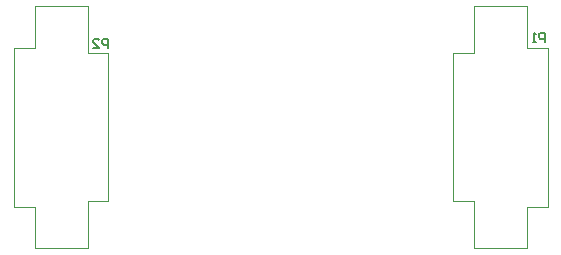
<source format=gbo>
%FSLAX25Y25*%
%MOIN*%
G70*
G01*
G75*
G04 Layer_Color=32896*
%ADD10R,0.09449X0.12205*%
%ADD11R,0.08661X0.01969*%
G04:AMPARAMS|DCode=12|XSize=39.37mil|YSize=35.43mil|CornerRadius=4.43mil|HoleSize=0mil|Usage=FLASHONLY|Rotation=0.000|XOffset=0mil|YOffset=0mil|HoleType=Round|Shape=RoundedRectangle|*
%AMROUNDEDRECTD12*
21,1,0.03937,0.02658,0,0,0.0*
21,1,0.03051,0.03543,0,0,0.0*
1,1,0.00886,0.01526,-0.01329*
1,1,0.00886,-0.01526,-0.01329*
1,1,0.00886,-0.01526,0.01329*
1,1,0.00886,0.01526,0.01329*
%
%ADD12ROUNDEDRECTD12*%
G04:AMPARAMS|DCode=13|XSize=106.3mil|YSize=51.18mil|CornerRadius=6.4mil|HoleSize=0mil|Usage=FLASHONLY|Rotation=90.000|XOffset=0mil|YOffset=0mil|HoleType=Round|Shape=RoundedRectangle|*
%AMROUNDEDRECTD13*
21,1,0.10630,0.03839,0,0,90.0*
21,1,0.09350,0.05118,0,0,90.0*
1,1,0.01280,0.01919,0.04675*
1,1,0.01280,0.01919,-0.04675*
1,1,0.01280,-0.01919,-0.04675*
1,1,0.01280,-0.01919,0.04675*
%
%ADD13ROUNDEDRECTD13*%
G04:AMPARAMS|DCode=14|XSize=90.55mil|YSize=70.87mil|CornerRadius=8.86mil|HoleSize=0mil|Usage=FLASHONLY|Rotation=0.000|XOffset=0mil|YOffset=0mil|HoleType=Round|Shape=RoundedRectangle|*
%AMROUNDEDRECTD14*
21,1,0.09055,0.05315,0,0,0.0*
21,1,0.07284,0.07087,0,0,0.0*
1,1,0.01772,0.03642,-0.02658*
1,1,0.01772,-0.03642,-0.02658*
1,1,0.01772,-0.03642,0.02658*
1,1,0.01772,0.03642,0.02658*
%
%ADD14ROUNDEDRECTD14*%
G04:AMPARAMS|DCode=15|XSize=224.41mil|YSize=78.74mil|CornerRadius=9.84mil|HoleSize=0mil|Usage=FLASHONLY|Rotation=0.000|XOffset=0mil|YOffset=0mil|HoleType=Round|Shape=RoundedRectangle|*
%AMROUNDEDRECTD15*
21,1,0.22441,0.05906,0,0,0.0*
21,1,0.20472,0.07874,0,0,0.0*
1,1,0.01969,0.10236,-0.02953*
1,1,0.01969,-0.10236,-0.02953*
1,1,0.01969,-0.10236,0.02953*
1,1,0.01969,0.10236,0.02953*
%
%ADD15ROUNDEDRECTD15*%
%ADD16C,0.02000*%
%ADD17C,0.03543*%
%ADD18C,0.02756*%
%ADD19C,0.01500*%
%ADD20C,0.01800*%
%ADD21C,0.04000*%
G04:AMPARAMS|DCode=22|XSize=100mil|YSize=100mil|CornerRadius=12.5mil|HoleSize=0mil|Usage=FLASHONLY|Rotation=270.000|XOffset=0mil|YOffset=0mil|HoleType=Round|Shape=RoundedRectangle|*
%AMROUNDEDRECTD22*
21,1,0.10000,0.07500,0,0,270.0*
21,1,0.07500,0.10000,0,0,270.0*
1,1,0.02500,-0.03750,-0.03750*
1,1,0.02500,-0.03750,0.03750*
1,1,0.02500,0.03750,0.03750*
1,1,0.02500,0.03750,-0.03750*
%
%ADD22ROUNDEDRECTD22*%
%ADD23C,0.10000*%
%ADD24C,0.03150*%
%ADD25C,0.02362*%
%ADD26R,0.11811X0.03937*%
%ADD27R,0.07874X0.02756*%
%ADD28C,0.00787*%
%ADD29C,0.00050*%
%ADD30C,0.01969*%
%ADD31C,0.00500*%
%ADD32C,0.01000*%
%ADD33C,0.00600*%
%ADD34C,0.00300*%
%ADD35R,0.26000X0.07000*%
%ADD36R,0.09649X0.12405*%
%ADD37R,0.08861X0.02169*%
G04:AMPARAMS|DCode=38|XSize=41.37mil|YSize=37.43mil|CornerRadius=5.43mil|HoleSize=0mil|Usage=FLASHONLY|Rotation=0.000|XOffset=0mil|YOffset=0mil|HoleType=Round|Shape=RoundedRectangle|*
%AMROUNDEDRECTD38*
21,1,0.04137,0.02658,0,0,0.0*
21,1,0.03051,0.03743,0,0,0.0*
1,1,0.01086,0.01526,-0.01329*
1,1,0.01086,-0.01526,-0.01329*
1,1,0.01086,-0.01526,0.01329*
1,1,0.01086,0.01526,0.01329*
%
%ADD38ROUNDEDRECTD38*%
G04:AMPARAMS|DCode=39|XSize=108.3mil|YSize=53.18mil|CornerRadius=7.4mil|HoleSize=0mil|Usage=FLASHONLY|Rotation=90.000|XOffset=0mil|YOffset=0mil|HoleType=Round|Shape=RoundedRectangle|*
%AMROUNDEDRECTD39*
21,1,0.10830,0.03839,0,0,90.0*
21,1,0.09350,0.05318,0,0,90.0*
1,1,0.01480,0.01919,0.04675*
1,1,0.01480,0.01919,-0.04675*
1,1,0.01480,-0.01919,-0.04675*
1,1,0.01480,-0.01919,0.04675*
%
%ADD39ROUNDEDRECTD39*%
G04:AMPARAMS|DCode=40|XSize=92.55mil|YSize=72.87mil|CornerRadius=9.86mil|HoleSize=0mil|Usage=FLASHONLY|Rotation=0.000|XOffset=0mil|YOffset=0mil|HoleType=Round|Shape=RoundedRectangle|*
%AMROUNDEDRECTD40*
21,1,0.09255,0.05315,0,0,0.0*
21,1,0.07284,0.07287,0,0,0.0*
1,1,0.01972,0.03642,-0.02658*
1,1,0.01972,-0.03642,-0.02658*
1,1,0.01972,-0.03642,0.02658*
1,1,0.01972,0.03642,0.02658*
%
%ADD40ROUNDEDRECTD40*%
G04:AMPARAMS|DCode=41|XSize=226.41mil|YSize=80.74mil|CornerRadius=10.84mil|HoleSize=0mil|Usage=FLASHONLY|Rotation=0.000|XOffset=0mil|YOffset=0mil|HoleType=Round|Shape=RoundedRectangle|*
%AMROUNDEDRECTD41*
21,1,0.22641,0.05906,0,0,0.0*
21,1,0.20472,0.08074,0,0,0.0*
1,1,0.02169,0.10236,-0.02953*
1,1,0.02169,-0.10236,-0.02953*
1,1,0.02169,-0.10236,0.02953*
1,1,0.02169,0.10236,0.02953*
%
%ADD41ROUNDEDRECTD41*%
G04:AMPARAMS|DCode=42|XSize=102mil|YSize=102mil|CornerRadius=13.5mil|HoleSize=0mil|Usage=FLASHONLY|Rotation=270.000|XOffset=0mil|YOffset=0mil|HoleType=Round|Shape=RoundedRectangle|*
%AMROUNDEDRECTD42*
21,1,0.10200,0.07500,0,0,270.0*
21,1,0.07500,0.10200,0,0,270.0*
1,1,0.02700,-0.03750,-0.03750*
1,1,0.02700,-0.03750,0.03750*
1,1,0.02700,0.03750,0.03750*
1,1,0.02700,0.03750,-0.03750*
%
%ADD42ROUNDEDRECTD42*%
%ADD43C,0.10200*%
%ADD44C,0.02562*%
%ADD45R,0.12011X0.04137*%
%ADD46R,0.08074X0.02956*%
%ADD47C,0.00394*%
D33*
X673000Y176500D02*
Y179499D01*
X671500D01*
X671001Y178999D01*
Y177999D01*
X671500Y177500D01*
X673000D01*
X670001Y176500D02*
X669001D01*
X669501D01*
Y179499D01*
X670001Y178999D01*
X527500Y174500D02*
Y177499D01*
X526000D01*
X525501Y176999D01*
Y175999D01*
X526000Y175500D01*
X527500D01*
X522502Y174500D02*
X524501D01*
X522502Y176499D01*
Y176999D01*
X523001Y177499D01*
X524001D01*
X524501Y176999D01*
D47*
X649311Y188354D02*
X667028D01*
X649311Y172606D02*
Y188354D01*
X642421Y123394D02*
X649311D01*
Y107646D02*
Y123394D01*
Y107646D02*
X667028D01*
Y121425D01*
X673917D01*
Y174575D01*
X667028D02*
X673917D01*
X667028D02*
Y188354D01*
X642421Y172606D02*
X649311D01*
X642421Y123394D02*
Y172606D01*
X502953Y107646D02*
X520669D01*
Y123394D01*
Y172606D02*
X527559D01*
X520669D02*
Y188354D01*
X502953D02*
X520669D01*
X502953Y174575D02*
Y188354D01*
X496063Y174575D02*
X502953D01*
X496063Y121425D02*
Y174575D01*
Y121425D02*
X502953D01*
Y107646D02*
Y121425D01*
X520669Y123394D02*
X527559D01*
Y172606D01*
M02*

</source>
